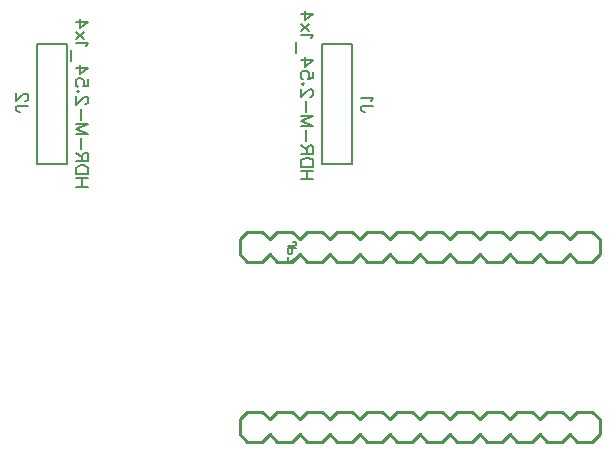
<source format=gbo>
G04 Layer: BottomSilkscreenLayer*
G04 EasyEDA v6.5.22, 2024-01-02 20:54:04*
G04 984ccde9b92444d3820f456cd2862b94,da3b0543d5484e77bd98afd5aefff037,10*
G04 Gerber Generator version 0.2*
G04 Scale: 100 percent, Rotated: No, Reflected: No *
G04 Dimensions in millimeters *
G04 leading zeros omitted , absolute positions ,4 integer and 5 decimal *
%FSLAX45Y45*%
%MOMM*%

%ADD10C,0.1524*%
%ADD11C,0.2032*%
%ADD12C,0.2030*%
%ADD13C,0.2540*%

%LPD*%
D10*
X6465293Y2285989D02*
G01*
X6356327Y2285989D01*
X6465293Y2358633D02*
G01*
X6356327Y2358633D01*
X6413477Y2285989D02*
G01*
X6413477Y2358633D01*
X6465293Y2392923D02*
G01*
X6356327Y2392923D01*
X6465293Y2392923D02*
G01*
X6465293Y2429499D01*
X6460213Y2444993D01*
X6449799Y2455407D01*
X6439385Y2460487D01*
X6423637Y2465821D01*
X6397729Y2465821D01*
X6382235Y2460487D01*
X6371821Y2455407D01*
X6361407Y2444993D01*
X6356327Y2429499D01*
X6356327Y2392923D01*
X6465293Y2500111D02*
G01*
X6356327Y2500111D01*
X6465293Y2500111D02*
G01*
X6465293Y2546847D01*
X6460213Y2562341D01*
X6454879Y2567675D01*
X6444465Y2572755D01*
X6434051Y2572755D01*
X6423637Y2567675D01*
X6418557Y2562341D01*
X6413477Y2546847D01*
X6413477Y2500111D01*
X6413477Y2536433D02*
G01*
X6356327Y2572755D01*
X6403063Y2607045D02*
G01*
X6403063Y2700517D01*
X6465293Y2734807D02*
G01*
X6356327Y2734807D01*
X6465293Y2734807D02*
G01*
X6356327Y2776463D01*
X6465293Y2818119D02*
G01*
X6356327Y2776463D01*
X6465293Y2818119D02*
G01*
X6356327Y2818119D01*
X6403063Y2852409D02*
G01*
X6403063Y2945881D01*
X6439385Y2985251D02*
G01*
X6444465Y2985251D01*
X6454879Y2990585D01*
X6460213Y2995665D01*
X6465293Y3006079D01*
X6465293Y3026907D01*
X6460213Y3037321D01*
X6454879Y3042401D01*
X6444465Y3047735D01*
X6434051Y3047735D01*
X6423637Y3042401D01*
X6408143Y3031987D01*
X6356327Y2980171D01*
X6356327Y3052815D01*
X6382235Y3092439D02*
G01*
X6376901Y3087105D01*
X6371821Y3092439D01*
X6376901Y3097519D01*
X6382235Y3092439D01*
X6465293Y3194039D02*
G01*
X6465293Y3142223D01*
X6418557Y3136889D01*
X6423637Y3142223D01*
X6428971Y3157717D01*
X6428971Y3173465D01*
X6423637Y3188959D01*
X6413477Y3199373D01*
X6397729Y3204453D01*
X6387315Y3204453D01*
X6371821Y3199373D01*
X6361407Y3188959D01*
X6356327Y3173465D01*
X6356327Y3157717D01*
X6361407Y3142223D01*
X6366487Y3136889D01*
X6376901Y3131809D01*
X6465293Y3290813D02*
G01*
X6392649Y3238743D01*
X6392649Y3316721D01*
X6465293Y3290813D02*
G01*
X6356327Y3290813D01*
X6319751Y3351011D02*
G01*
X6319751Y3444483D01*
X6444465Y3478773D02*
G01*
X6449799Y3489187D01*
X6465293Y3504935D01*
X6356327Y3504935D01*
X6428971Y3539225D02*
G01*
X6356327Y3596375D01*
X6428971Y3596375D02*
G01*
X6356327Y3539225D01*
X6465293Y3682481D02*
G01*
X6392649Y3630665D01*
X6392649Y3708389D01*
X6465293Y3682481D02*
G01*
X6356327Y3682481D01*
X6973293Y2909559D02*
G01*
X6890235Y2909559D01*
X6874487Y2904225D01*
X6869407Y2899145D01*
X6864327Y2888731D01*
X6864327Y2878317D01*
X6869407Y2867903D01*
X6874487Y2862569D01*
X6890235Y2857489D01*
X6900649Y2857489D01*
X6952465Y2943849D02*
G01*
X6957799Y2954009D01*
X6973293Y2969757D01*
X6864327Y2969757D01*
X4560315Y2222489D02*
G01*
X4451350Y2222489D01*
X4560315Y2295133D02*
G01*
X4451350Y2295133D01*
X4508500Y2222489D02*
G01*
X4508500Y2295133D01*
X4560315Y2329423D02*
G01*
X4451350Y2329423D01*
X4560315Y2329423D02*
G01*
X4560315Y2365999D01*
X4555236Y2381493D01*
X4544822Y2391907D01*
X4534408Y2396987D01*
X4518659Y2402321D01*
X4492752Y2402321D01*
X4477258Y2396987D01*
X4466843Y2391907D01*
X4456429Y2381493D01*
X4451350Y2365999D01*
X4451350Y2329423D01*
X4560315Y2436611D02*
G01*
X4451350Y2436611D01*
X4560315Y2436611D02*
G01*
X4560315Y2483347D01*
X4555236Y2498841D01*
X4549902Y2504175D01*
X4539488Y2509255D01*
X4529074Y2509255D01*
X4518659Y2504175D01*
X4513579Y2498841D01*
X4508500Y2483347D01*
X4508500Y2436611D01*
X4508500Y2472933D02*
G01*
X4451350Y2509255D01*
X4498086Y2543545D02*
G01*
X4498086Y2637017D01*
X4560315Y2671307D02*
G01*
X4451350Y2671307D01*
X4560315Y2671307D02*
G01*
X4451350Y2712963D01*
X4560315Y2754619D02*
G01*
X4451350Y2712963D01*
X4560315Y2754619D02*
G01*
X4451350Y2754619D01*
X4498086Y2788909D02*
G01*
X4498086Y2882381D01*
X4534408Y2921751D02*
G01*
X4539488Y2921751D01*
X4549902Y2927085D01*
X4555236Y2932165D01*
X4560315Y2942579D01*
X4560315Y2963407D01*
X4555236Y2973821D01*
X4549902Y2978901D01*
X4539488Y2984235D01*
X4529074Y2984235D01*
X4518659Y2978901D01*
X4503165Y2968487D01*
X4451350Y2916671D01*
X4451350Y2989315D01*
X4477258Y3028939D02*
G01*
X4471924Y3023605D01*
X4466843Y3028939D01*
X4471924Y3034019D01*
X4477258Y3028939D01*
X4560315Y3130539D02*
G01*
X4560315Y3078723D01*
X4513579Y3073389D01*
X4518659Y3078723D01*
X4523993Y3094217D01*
X4523993Y3109965D01*
X4518659Y3125459D01*
X4508500Y3135873D01*
X4492752Y3140953D01*
X4482338Y3140953D01*
X4466843Y3135873D01*
X4456429Y3125459D01*
X4451350Y3109965D01*
X4451350Y3094217D01*
X4456429Y3078723D01*
X4461509Y3073389D01*
X4471924Y3068309D01*
X4560315Y3227313D02*
G01*
X4487672Y3175243D01*
X4487672Y3253221D01*
X4560315Y3227313D02*
G01*
X4451350Y3227313D01*
X4414774Y3287511D02*
G01*
X4414774Y3380983D01*
X4539488Y3415273D02*
G01*
X4544822Y3425687D01*
X4560315Y3441435D01*
X4451350Y3441435D01*
X4523993Y3475725D02*
G01*
X4451350Y3532875D01*
X4523993Y3532875D02*
G01*
X4451350Y3475725D01*
X4560315Y3618981D02*
G01*
X4487672Y3567165D01*
X4487672Y3644889D01*
X4560315Y3618981D02*
G01*
X4451350Y3618981D01*
X4052315Y2909559D02*
G01*
X3969258Y2909559D01*
X3953509Y2904225D01*
X3948429Y2899145D01*
X3943350Y2888731D01*
X3943350Y2878317D01*
X3948429Y2867903D01*
X3953509Y2862569D01*
X3969258Y2857489D01*
X3979672Y2857489D01*
X4026408Y2948929D02*
G01*
X4031488Y2948929D01*
X4041902Y2954009D01*
X4047236Y2959343D01*
X4052315Y2969757D01*
X4052315Y2990585D01*
X4047236Y3000999D01*
X4041902Y3006079D01*
X4031488Y3011159D01*
X4021074Y3011159D01*
X4010659Y3006079D01*
X3995165Y2995665D01*
X3943350Y2943849D01*
X3943350Y3016493D01*
X6247622Y1722630D02*
G01*
X6303248Y1722630D01*
X6313408Y1725932D01*
X6316964Y1729488D01*
X6320520Y1736346D01*
X6320520Y1743204D01*
X6316964Y1750316D01*
X6313408Y1753618D01*
X6303248Y1757174D01*
X6296136Y1757174D01*
X6247622Y1699770D02*
G01*
X6320520Y1699770D01*
X6247622Y1699770D02*
G01*
X6247622Y1668528D01*
X6251178Y1658114D01*
X6254734Y1654558D01*
X6261592Y1651256D01*
X6272006Y1651256D01*
X6278864Y1654558D01*
X6282420Y1658114D01*
X6285722Y1668528D01*
X6285722Y1699770D01*
X6247622Y1579882D02*
G01*
X6320520Y1614426D01*
X6247622Y1628396D02*
G01*
X6247622Y1579882D01*
D11*
X6794487Y3428994D02*
G01*
X6540487Y3428994D01*
X6540487Y2412994D01*
X6794487Y2412994D01*
X6794487Y2603494D01*
D12*
X6794487Y3428994D02*
G01*
X6794487Y2603494D01*
D11*
X4381492Y3428994D02*
G01*
X4127492Y3428994D01*
X4127492Y2412994D01*
X4381492Y2412994D01*
X4381492Y2603494D01*
D12*
X4381492Y3428994D02*
G01*
X4381492Y2603494D01*
D13*
X6413484Y1841497D02*
G01*
X6349984Y1777997D01*
X6286484Y1841497D01*
X6159484Y1841497D01*
X6095984Y1777997D01*
X6032484Y1841497D01*
X5905484Y1841497D01*
X5841984Y1777997D01*
X5841984Y1650997D01*
X5905484Y1587497D01*
X6032484Y1587497D01*
X6095984Y1650997D01*
X6159484Y1587497D01*
X6286484Y1587497D01*
X6349984Y1650997D01*
X6413484Y1587497D01*
X6540484Y1587497D01*
X6603984Y1650997D01*
X6667484Y1587497D01*
X6794484Y1587497D01*
X6857984Y1650997D01*
X6921484Y1587497D01*
X7048484Y1587497D01*
X7111984Y1650997D01*
X7175484Y1587497D01*
X7302484Y1587497D01*
X7365984Y1650997D01*
X7429484Y1587497D01*
X7556484Y1587497D01*
X7619984Y1650997D01*
X7683484Y1587497D01*
X7810484Y1587497D01*
X7873984Y1650997D01*
X7937484Y1587497D01*
X8064484Y1587497D01*
X8127984Y1650997D01*
X8191484Y1587497D01*
X8318484Y1587497D01*
X8381984Y1650997D01*
X8445484Y1587497D01*
X8572484Y1587497D01*
X8635984Y1650997D01*
X8699484Y1587497D01*
X8826484Y1587497D01*
X8889984Y1650997D01*
X8889984Y1777997D01*
X8826484Y1841497D01*
X8699484Y1841497D01*
X8635984Y1777997D01*
X8572484Y1841497D01*
X8445484Y1841497D01*
X8381984Y1777997D01*
X8318484Y1841497D01*
X8191484Y1841497D01*
X8127984Y1777997D01*
X8064484Y1841497D01*
X7937484Y1841497D01*
X7873984Y1777997D01*
X7810484Y1841497D01*
X7683484Y1841497D01*
X7619984Y1777997D01*
X7556484Y1841497D01*
X7429484Y1841497D01*
X7365984Y1777997D01*
X7302484Y1841497D01*
X7175484Y1841497D01*
X7111984Y1777997D01*
X7048484Y1841497D01*
X6921484Y1841497D01*
X6857984Y1777997D01*
X6794484Y1841497D01*
X6667484Y1841497D01*
X6603984Y1777997D01*
X6540484Y1841497D01*
X6413484Y1841497D01*
X8318484Y63497D02*
G01*
X8381984Y126997D01*
X8445484Y63497D01*
X8572484Y63497D01*
X8635984Y126997D01*
X8699484Y63497D01*
X8826484Y63497D01*
X8889984Y126997D01*
X8889984Y253997D01*
X8826484Y317497D01*
X8699484Y317497D01*
X8635984Y253997D01*
X8572484Y317497D01*
X8445484Y317497D01*
X8381984Y253997D01*
X8318484Y317497D01*
X8191484Y317497D01*
X8127984Y253997D01*
X8064484Y317497D01*
X7937484Y317497D01*
X7873984Y253997D01*
X7810484Y317497D01*
X7683484Y317497D01*
X7619984Y253997D01*
X7556484Y317497D01*
X7429484Y317497D01*
X7365984Y253997D01*
X7302484Y317497D01*
X7175484Y317497D01*
X7111984Y253997D01*
X7048484Y317497D01*
X6921484Y317497D01*
X6857984Y253997D01*
X6794484Y317497D01*
X6667484Y317497D01*
X6603984Y253997D01*
X6540484Y317497D01*
X6413484Y317497D01*
X6349984Y253997D01*
X6286484Y317497D01*
X6159484Y317497D01*
X6095984Y253997D01*
X6032484Y317497D01*
X5905484Y317497D01*
X5841984Y253997D01*
X5841984Y126997D01*
X5905484Y63497D01*
X6032484Y63497D01*
X6095984Y126997D01*
X6159484Y63497D01*
X6286484Y63497D01*
X6349984Y126997D01*
X6413484Y63497D01*
X6540484Y63497D01*
X6603984Y126997D01*
X6667484Y63497D01*
X6794484Y63497D01*
X6857984Y126997D01*
X6921484Y63497D01*
X7048484Y63497D01*
X7111984Y126997D01*
X7175484Y63497D01*
X7302484Y63497D01*
X7365984Y126997D01*
X7429484Y63497D01*
X7556484Y63497D01*
X7619984Y126997D01*
X7683484Y63497D01*
X7810484Y63497D01*
X7873984Y126997D01*
X7937484Y63497D01*
X8064484Y63497D01*
X8127984Y126997D01*
X8191484Y63497D01*
X8318484Y63497D01*
M02*

</source>
